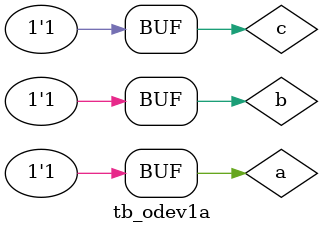
<source format=v>
`timescale 1ns / 1ps


module tb_odev1a(
);
reg a,b,c;
wire f,q;

odev1_a uut(
 .a(a),
 .b(b),
 .c(c),
 .f(f),
 .q(q)
);

 initial begin
   a = 1'b0; b = 1'b0; c = 1'b0; #50;
   a = 1'b0; b = 1'b0; c = 1'b1; #50;
   a = 1'b0; b = 1'b1; c = 1'b0; #50;
   a = 1'b0; b = 1'b1; c = 1'b1; #50;
   a = 1'b1; b = 1'b0; c = 1'b0; #50;
   a = 1'b1; b = 1'b0; c = 1'b1; #50;
   a = 1'b1; b = 1'b1; c = 1'b0; #50;
   a = 1'b1; b = 1'b1; c = 1'b1; #50;
  end

endmodule

</source>
